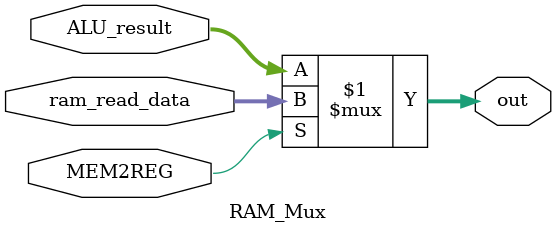
<source format=v>
module RAM_Mux(
    input wire MEM2REG,
    input wire [63:0] ram_read_data,
    input wire [63:0] ALU_result,
    output wire [63:0] out // data to register file
);

assign out = MEM2REG ? ram_read_data : ALU_result; 

endmodule
</source>
